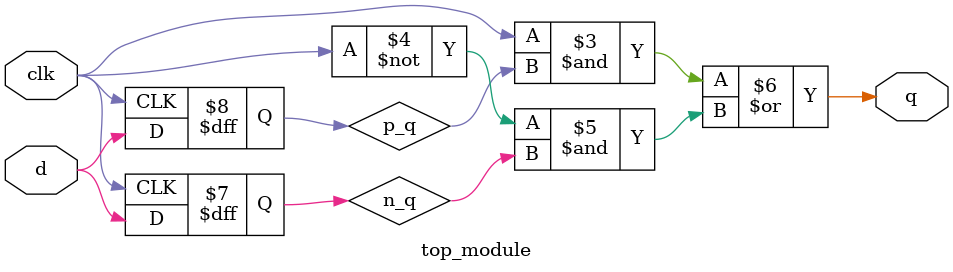
<source format=v>
module top_module (
    input clk,
    input d,
    output reg q
);
    reg p_q, n_q;
    always @(posedge clk) p_q <= d;
    always @(negedge clk)n_q <= d;
    assign q = (clk&p_q) | (~clk&n_q);
endmodule
</source>
